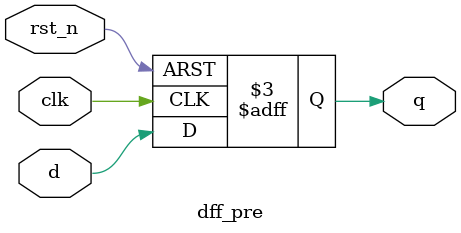
<source format=sv>
module PB_release(PB, clk, rst_n, released);

input PB, clk, rst_n;
output released;

wire out1, out2, out3;

dff_pre	flop1(.q(out1), .d(PB), .rst_n(rst_n), .clk(clk)),
	flop2(.q(out2), .d(out1), .rst_n(rst_n), .clk(clk)),
	flop3(.q(out3), .d(out2), .rst_n(rst_n), .clk(clk));

assign released = out2 & ~out3;

endmodule


module dff_pre(q, d, rst_n, clk);

input d, clk, rst_n;
output reg q;

always @(posedge clk, negedge rst_n)
  if(!rst_n)
    q <= 1;
  else
    q <= d;

endmodule
</source>
